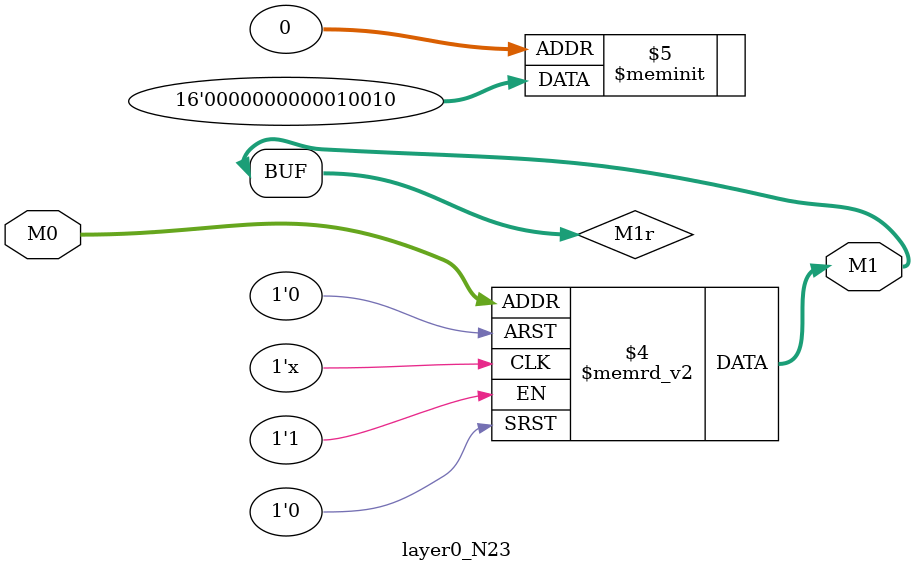
<source format=v>
module layer0_N23 ( input [2:0] M0, output [1:0] M1 );

	(*rom_style = "distributed" *) reg [1:0] M1r;
	assign M1 = M1r;
	always @ (M0) begin
		case (M0)
			3'b000: M1r = 2'b10;
			3'b100: M1r = 2'b00;
			3'b010: M1r = 2'b01;
			3'b110: M1r = 2'b00;
			3'b001: M1r = 2'b00;
			3'b101: M1r = 2'b00;
			3'b011: M1r = 2'b00;
			3'b111: M1r = 2'b00;

		endcase
	end
endmodule

</source>
